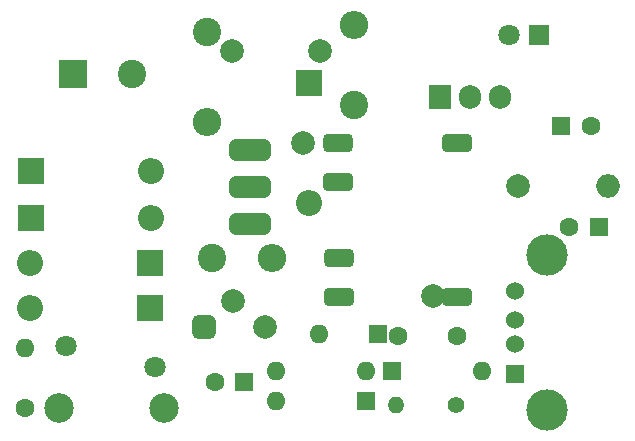
<source format=gbr>
G04 #@! TF.GenerationSoftware,KiCad,Pcbnew,(6.0.5)*
G04 #@! TF.CreationDate,2022-05-08T20:16:57+02:00*
G04 #@! TF.ProjectId,Zasilacz_5V_impulsowy,5a617369-6c61-4637-9a5f-35565f696d70,rev?*
G04 #@! TF.SameCoordinates,Original*
G04 #@! TF.FileFunction,Soldermask,Top*
G04 #@! TF.FilePolarity,Negative*
%FSLAX46Y46*%
G04 Gerber Fmt 4.6, Leading zero omitted, Abs format (unit mm)*
G04 Created by KiCad (PCBNEW (6.0.5)) date 2022-05-08 20:16:57*
%MOMM*%
%LPD*%
G01*
G04 APERTURE LIST*
G04 Aperture macros list*
%AMRoundRect*
0 Rectangle with rounded corners*
0 $1 Rounding radius*
0 $2 $3 $4 $5 $6 $7 $8 $9 X,Y pos of 4 corners*
0 Add a 4 corners polygon primitive as box body*
4,1,4,$2,$3,$4,$5,$6,$7,$8,$9,$2,$3,0*
0 Add four circle primitives for the rounded corners*
1,1,$1+$1,$2,$3*
1,1,$1+$1,$4,$5*
1,1,$1+$1,$6,$7*
1,1,$1+$1,$8,$9*
0 Add four rect primitives between the rounded corners*
20,1,$1+$1,$2,$3,$4,$5,0*
20,1,$1+$1,$4,$5,$6,$7,0*
20,1,$1+$1,$6,$7,$8,$9,0*
20,1,$1+$1,$8,$9,$2,$3,0*%
G04 Aperture macros list end*
%ADD10C,2.000000*%
%ADD11C,1.600000*%
%ADD12O,1.600000X1.600000*%
%ADD13R,1.600000X1.600000*%
%ADD14R,2.400000X2.400000*%
%ADD15C,2.400000*%
%ADD16R,1.524000X1.524000*%
%ADD17C,1.524000*%
%ADD18C,3.500000*%
%ADD19C,2.500000*%
%ADD20R,2.200000X2.200000*%
%ADD21O,2.200000X2.200000*%
%ADD22RoundRect,0.381000X-0.869000X-0.381000X0.869000X-0.381000X0.869000X0.381000X-0.869000X0.381000X0*%
%ADD23RoundRect,0.381000X-0.889000X-0.381000X0.889000X-0.381000X0.889000X0.381000X-0.889000X0.381000X0*%
%ADD24R,1.905000X2.000000*%
%ADD25O,1.905000X2.000000*%
%ADD26C,1.800000*%
%ADD27C,1.400000*%
%ADD28O,1.400000X1.400000*%
%ADD29R,1.800000X1.800000*%
%ADD30O,2.400000X2.400000*%
%ADD31RoundRect,0.450000X-1.300000X-0.450000X1.300000X-0.450000X1.300000X0.450000X-1.300000X0.450000X0*%
%ADD32RoundRect,0.500000X-0.500000X-0.500000X0.500000X-0.500000X0.500000X0.500000X-0.500000X0.500000X0*%
%ADD33O,2.000000X2.000000*%
G04 APERTURE END LIST*
D10*
G04 #@! TO.C,C3*
X100750000Y-98600000D03*
X108250000Y-98600000D03*
G04 #@! TD*
G04 #@! TO.C,C1*
X117737718Y-119402634D03*
X106772027Y-106412018D03*
G04 #@! TD*
D11*
G04 #@! TO.C,F1*
X83200000Y-128840000D03*
D12*
X83200000Y-123760000D03*
G04 #@! TD*
D13*
G04 #@! TO.C,C6*
X131800000Y-113500000D03*
D11*
X129300000Y-113500000D03*
G04 #@! TD*
D14*
G04 #@! TO.C,C4*
X87284785Y-100600000D03*
D15*
X92284785Y-100600000D03*
G04 #@! TD*
D16*
G04 #@! TO.C,J2*
X124700000Y-125950000D03*
D17*
X124700000Y-123450000D03*
X124700000Y-121450000D03*
X124700000Y-118950000D03*
D18*
X127410000Y-129020000D03*
X127410000Y-115880000D03*
G04 #@! TD*
D13*
G04 #@! TO.C,C9*
X101805113Y-126700000D03*
D11*
X99305113Y-126700000D03*
G04 #@! TD*
D19*
G04 #@! TO.C,J3*
X86100000Y-128900000D03*
G04 #@! TD*
D20*
G04 #@! TO.C,D3*
X93780000Y-116600000D03*
D21*
X83620000Y-116600000D03*
G04 #@! TD*
D11*
G04 #@! TO.C,C8*
X114800000Y-122800000D03*
X119800000Y-122800000D03*
G04 #@! TD*
D22*
G04 #@! TO.C,T1*
X109750000Y-106450000D03*
D23*
X109750000Y-109750000D03*
X109850000Y-119450000D03*
D22*
X109850000Y-116150000D03*
D23*
X119850000Y-106450000D03*
X119850000Y-119450000D03*
G04 #@! TD*
D24*
G04 #@! TO.C,D4*
X118360000Y-102545000D03*
D25*
X120900000Y-102545000D03*
X123440000Y-102545000D03*
G04 #@! TD*
D26*
G04 #@! TO.C,RV1*
X86700000Y-123600000D03*
X94200000Y-125400000D03*
G04 #@! TD*
D27*
G04 #@! TO.C,R8*
X119740000Y-128600000D03*
D28*
X114660000Y-128600000D03*
G04 #@! TD*
D20*
G04 #@! TO.C,D5*
X107250000Y-101370000D03*
D21*
X107250000Y-111530000D03*
G04 #@! TD*
D13*
G04 #@! TO.C,D8*
X114290000Y-125700000D03*
D12*
X121910000Y-125700000D03*
G04 #@! TD*
D13*
G04 #@! TO.C,D9*
X113125686Y-122600000D03*
D12*
X108125686Y-122600000D03*
G04 #@! TD*
D29*
G04 #@! TO.C,D7*
X126775000Y-97300000D03*
D26*
X124235000Y-97300000D03*
G04 #@! TD*
D20*
G04 #@! TO.C,D2*
X83720000Y-112800000D03*
D21*
X93880000Y-112800000D03*
G04 #@! TD*
D15*
G04 #@! TO.C,R10*
X99060000Y-116200000D03*
D30*
X104140000Y-116200000D03*
G04 #@! TD*
D31*
G04 #@! TO.C,Q1*
X102300000Y-107000000D03*
X102300000Y-110140000D03*
X102300000Y-113300000D03*
G04 #@! TD*
D15*
G04 #@! TO.C,R4*
X111100000Y-103200000D03*
D30*
X111100000Y-96400000D03*
G04 #@! TD*
D20*
G04 #@! TO.C,D6*
X83720000Y-108800000D03*
D21*
X93880000Y-108800000D03*
G04 #@! TD*
D19*
G04 #@! TO.C,J1*
X95000000Y-128900000D03*
G04 #@! TD*
D32*
G04 #@! TO.C,Q2*
X98420000Y-121970000D03*
D10*
X100820000Y-119770000D03*
X103520000Y-121970000D03*
G04 #@! TD*
D15*
G04 #@! TO.C,R2*
X98640000Y-96990000D03*
D30*
X98640000Y-104610000D03*
G04 #@! TD*
D20*
G04 #@! TO.C,D1*
X93780000Y-120400000D03*
D21*
X83620000Y-120400000D03*
G04 #@! TD*
D13*
G04 #@! TO.C,U1*
X112100000Y-128275000D03*
D12*
X112100000Y-125735000D03*
X104480000Y-125735000D03*
X104480000Y-128275000D03*
G04 #@! TD*
D10*
G04 #@! TO.C,L1*
X125010000Y-110100000D03*
D33*
X132630000Y-110100000D03*
G04 #@! TD*
D13*
G04 #@! TO.C,C5*
X128617621Y-105000000D03*
D11*
X131117621Y-105000000D03*
G04 #@! TD*
M02*

</source>
